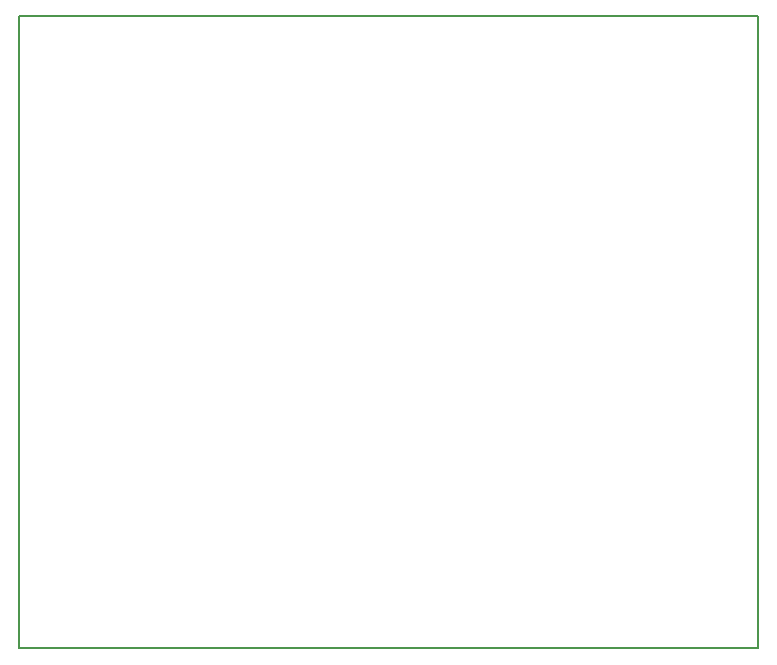
<source format=gbr>
G04 #@! TF.FileFunction,Profile,NP*
%FSLAX46Y46*%
G04 Gerber Fmt 4.6, Leading zero omitted, Abs format (unit mm)*
G04 Created by KiCad (PCBNEW 4.0.6-e0-6349~53~ubuntu16.04.1) date Mon Jul 24 21:03:44 2017*
%MOMM*%
%LPD*%
G01*
G04 APERTURE LIST*
%ADD10C,0.100000*%
%ADD11C,0.150000*%
G04 APERTURE END LIST*
D10*
D11*
X30000000Y-20000000D02*
X92500000Y-20000000D01*
X30000000Y-73500000D02*
X30000000Y-20000000D01*
X92500000Y-73500000D02*
X30000000Y-73500000D01*
X92500000Y-20000000D02*
X92500000Y-73500000D01*
M02*

</source>
